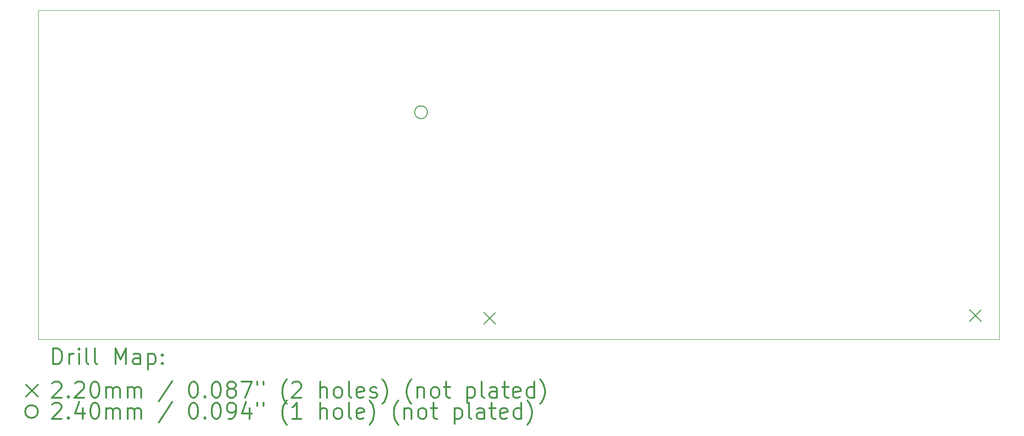
<source format=gbr>
%FSLAX45Y45*%
G04 Gerber Fmt 4.5, Leading zero omitted, Abs format (unit mm)*
G04 Created by KiCad (PCBNEW 5.1.6-c6e7f7d~87~ubuntu20.04.1) date 2020-10-11 03:01:40*
%MOMM*%
%LPD*%
G01*
G04 APERTURE LIST*
%TA.AperFunction,Profile*%
%ADD10C,0.050000*%
%TD*%
%ADD11C,0.200000*%
%ADD12C,0.300000*%
G04 APERTURE END LIST*
D10*
X19500000Y-3500000D02*
X1400000Y-3500000D01*
X19500000Y-9700000D02*
X19500000Y-3500000D01*
X1400000Y-9700000D02*
X19500000Y-9700000D01*
X1400000Y-3500000D02*
X1400000Y-9700000D01*
D11*
X9790000Y-9190000D02*
X10010000Y-9410000D01*
X10010000Y-9190000D02*
X9790000Y-9410000D01*
X18940000Y-9140000D02*
X19160000Y-9360000D01*
X19160000Y-9140000D02*
X18940000Y-9360000D01*
X8730000Y-5420000D02*
G75*
G03*
X8730000Y-5420000I-120000J0D01*
G01*
D12*
X1683928Y-10168214D02*
X1683928Y-9868214D01*
X1755357Y-9868214D01*
X1798214Y-9882500D01*
X1826786Y-9911072D01*
X1841071Y-9939643D01*
X1855357Y-9996786D01*
X1855357Y-10039643D01*
X1841071Y-10096786D01*
X1826786Y-10125357D01*
X1798214Y-10153929D01*
X1755357Y-10168214D01*
X1683928Y-10168214D01*
X1983928Y-10168214D02*
X1983928Y-9968214D01*
X1983928Y-10025357D02*
X1998214Y-9996786D01*
X2012500Y-9982500D01*
X2041071Y-9968214D01*
X2069643Y-9968214D01*
X2169643Y-10168214D02*
X2169643Y-9968214D01*
X2169643Y-9868214D02*
X2155357Y-9882500D01*
X2169643Y-9896786D01*
X2183928Y-9882500D01*
X2169643Y-9868214D01*
X2169643Y-9896786D01*
X2355357Y-10168214D02*
X2326786Y-10153929D01*
X2312500Y-10125357D01*
X2312500Y-9868214D01*
X2512500Y-10168214D02*
X2483928Y-10153929D01*
X2469643Y-10125357D01*
X2469643Y-9868214D01*
X2855357Y-10168214D02*
X2855357Y-9868214D01*
X2955357Y-10082500D01*
X3055357Y-9868214D01*
X3055357Y-10168214D01*
X3326786Y-10168214D02*
X3326786Y-10011072D01*
X3312500Y-9982500D01*
X3283928Y-9968214D01*
X3226786Y-9968214D01*
X3198214Y-9982500D01*
X3326786Y-10153929D02*
X3298214Y-10168214D01*
X3226786Y-10168214D01*
X3198214Y-10153929D01*
X3183928Y-10125357D01*
X3183928Y-10096786D01*
X3198214Y-10068214D01*
X3226786Y-10053929D01*
X3298214Y-10053929D01*
X3326786Y-10039643D01*
X3469643Y-9968214D02*
X3469643Y-10268214D01*
X3469643Y-9982500D02*
X3498214Y-9968214D01*
X3555357Y-9968214D01*
X3583928Y-9982500D01*
X3598214Y-9996786D01*
X3612500Y-10025357D01*
X3612500Y-10111072D01*
X3598214Y-10139643D01*
X3583928Y-10153929D01*
X3555357Y-10168214D01*
X3498214Y-10168214D01*
X3469643Y-10153929D01*
X3741071Y-10139643D02*
X3755357Y-10153929D01*
X3741071Y-10168214D01*
X3726786Y-10153929D01*
X3741071Y-10139643D01*
X3741071Y-10168214D01*
X3741071Y-9982500D02*
X3755357Y-9996786D01*
X3741071Y-10011072D01*
X3726786Y-9996786D01*
X3741071Y-9982500D01*
X3741071Y-10011072D01*
X1177500Y-10552500D02*
X1397500Y-10772500D01*
X1397500Y-10552500D02*
X1177500Y-10772500D01*
X1669643Y-10526786D02*
X1683928Y-10512500D01*
X1712500Y-10498214D01*
X1783928Y-10498214D01*
X1812500Y-10512500D01*
X1826786Y-10526786D01*
X1841071Y-10555357D01*
X1841071Y-10583929D01*
X1826786Y-10626786D01*
X1655357Y-10798214D01*
X1841071Y-10798214D01*
X1969643Y-10769643D02*
X1983928Y-10783929D01*
X1969643Y-10798214D01*
X1955357Y-10783929D01*
X1969643Y-10769643D01*
X1969643Y-10798214D01*
X2098214Y-10526786D02*
X2112500Y-10512500D01*
X2141071Y-10498214D01*
X2212500Y-10498214D01*
X2241071Y-10512500D01*
X2255357Y-10526786D01*
X2269643Y-10555357D01*
X2269643Y-10583929D01*
X2255357Y-10626786D01*
X2083928Y-10798214D01*
X2269643Y-10798214D01*
X2455357Y-10498214D02*
X2483928Y-10498214D01*
X2512500Y-10512500D01*
X2526786Y-10526786D01*
X2541071Y-10555357D01*
X2555357Y-10612500D01*
X2555357Y-10683929D01*
X2541071Y-10741072D01*
X2526786Y-10769643D01*
X2512500Y-10783929D01*
X2483928Y-10798214D01*
X2455357Y-10798214D01*
X2426786Y-10783929D01*
X2412500Y-10769643D01*
X2398214Y-10741072D01*
X2383928Y-10683929D01*
X2383928Y-10612500D01*
X2398214Y-10555357D01*
X2412500Y-10526786D01*
X2426786Y-10512500D01*
X2455357Y-10498214D01*
X2683928Y-10798214D02*
X2683928Y-10598214D01*
X2683928Y-10626786D02*
X2698214Y-10612500D01*
X2726786Y-10598214D01*
X2769643Y-10598214D01*
X2798214Y-10612500D01*
X2812500Y-10641072D01*
X2812500Y-10798214D01*
X2812500Y-10641072D02*
X2826786Y-10612500D01*
X2855357Y-10598214D01*
X2898214Y-10598214D01*
X2926786Y-10612500D01*
X2941071Y-10641072D01*
X2941071Y-10798214D01*
X3083928Y-10798214D02*
X3083928Y-10598214D01*
X3083928Y-10626786D02*
X3098214Y-10612500D01*
X3126786Y-10598214D01*
X3169643Y-10598214D01*
X3198214Y-10612500D01*
X3212500Y-10641072D01*
X3212500Y-10798214D01*
X3212500Y-10641072D02*
X3226786Y-10612500D01*
X3255357Y-10598214D01*
X3298214Y-10598214D01*
X3326786Y-10612500D01*
X3341071Y-10641072D01*
X3341071Y-10798214D01*
X3926786Y-10483929D02*
X3669643Y-10869643D01*
X4312500Y-10498214D02*
X4341071Y-10498214D01*
X4369643Y-10512500D01*
X4383928Y-10526786D01*
X4398214Y-10555357D01*
X4412500Y-10612500D01*
X4412500Y-10683929D01*
X4398214Y-10741072D01*
X4383928Y-10769643D01*
X4369643Y-10783929D01*
X4341071Y-10798214D01*
X4312500Y-10798214D01*
X4283928Y-10783929D01*
X4269643Y-10769643D01*
X4255357Y-10741072D01*
X4241071Y-10683929D01*
X4241071Y-10612500D01*
X4255357Y-10555357D01*
X4269643Y-10526786D01*
X4283928Y-10512500D01*
X4312500Y-10498214D01*
X4541071Y-10769643D02*
X4555357Y-10783929D01*
X4541071Y-10798214D01*
X4526786Y-10783929D01*
X4541071Y-10769643D01*
X4541071Y-10798214D01*
X4741071Y-10498214D02*
X4769643Y-10498214D01*
X4798214Y-10512500D01*
X4812500Y-10526786D01*
X4826786Y-10555357D01*
X4841071Y-10612500D01*
X4841071Y-10683929D01*
X4826786Y-10741072D01*
X4812500Y-10769643D01*
X4798214Y-10783929D01*
X4769643Y-10798214D01*
X4741071Y-10798214D01*
X4712500Y-10783929D01*
X4698214Y-10769643D01*
X4683928Y-10741072D01*
X4669643Y-10683929D01*
X4669643Y-10612500D01*
X4683928Y-10555357D01*
X4698214Y-10526786D01*
X4712500Y-10512500D01*
X4741071Y-10498214D01*
X5012500Y-10626786D02*
X4983928Y-10612500D01*
X4969643Y-10598214D01*
X4955357Y-10569643D01*
X4955357Y-10555357D01*
X4969643Y-10526786D01*
X4983928Y-10512500D01*
X5012500Y-10498214D01*
X5069643Y-10498214D01*
X5098214Y-10512500D01*
X5112500Y-10526786D01*
X5126786Y-10555357D01*
X5126786Y-10569643D01*
X5112500Y-10598214D01*
X5098214Y-10612500D01*
X5069643Y-10626786D01*
X5012500Y-10626786D01*
X4983928Y-10641072D01*
X4969643Y-10655357D01*
X4955357Y-10683929D01*
X4955357Y-10741072D01*
X4969643Y-10769643D01*
X4983928Y-10783929D01*
X5012500Y-10798214D01*
X5069643Y-10798214D01*
X5098214Y-10783929D01*
X5112500Y-10769643D01*
X5126786Y-10741072D01*
X5126786Y-10683929D01*
X5112500Y-10655357D01*
X5098214Y-10641072D01*
X5069643Y-10626786D01*
X5226786Y-10498214D02*
X5426786Y-10498214D01*
X5298214Y-10798214D01*
X5526786Y-10498214D02*
X5526786Y-10555357D01*
X5641071Y-10498214D02*
X5641071Y-10555357D01*
X6083928Y-10912500D02*
X6069643Y-10898214D01*
X6041071Y-10855357D01*
X6026786Y-10826786D01*
X6012500Y-10783929D01*
X5998214Y-10712500D01*
X5998214Y-10655357D01*
X6012500Y-10583929D01*
X6026786Y-10541072D01*
X6041071Y-10512500D01*
X6069643Y-10469643D01*
X6083928Y-10455357D01*
X6183928Y-10526786D02*
X6198214Y-10512500D01*
X6226786Y-10498214D01*
X6298214Y-10498214D01*
X6326786Y-10512500D01*
X6341071Y-10526786D01*
X6355357Y-10555357D01*
X6355357Y-10583929D01*
X6341071Y-10626786D01*
X6169643Y-10798214D01*
X6355357Y-10798214D01*
X6712500Y-10798214D02*
X6712500Y-10498214D01*
X6841071Y-10798214D02*
X6841071Y-10641072D01*
X6826786Y-10612500D01*
X6798214Y-10598214D01*
X6755357Y-10598214D01*
X6726786Y-10612500D01*
X6712500Y-10626786D01*
X7026786Y-10798214D02*
X6998214Y-10783929D01*
X6983928Y-10769643D01*
X6969643Y-10741072D01*
X6969643Y-10655357D01*
X6983928Y-10626786D01*
X6998214Y-10612500D01*
X7026786Y-10598214D01*
X7069643Y-10598214D01*
X7098214Y-10612500D01*
X7112500Y-10626786D01*
X7126786Y-10655357D01*
X7126786Y-10741072D01*
X7112500Y-10769643D01*
X7098214Y-10783929D01*
X7069643Y-10798214D01*
X7026786Y-10798214D01*
X7298214Y-10798214D02*
X7269643Y-10783929D01*
X7255357Y-10755357D01*
X7255357Y-10498214D01*
X7526786Y-10783929D02*
X7498214Y-10798214D01*
X7441071Y-10798214D01*
X7412500Y-10783929D01*
X7398214Y-10755357D01*
X7398214Y-10641072D01*
X7412500Y-10612500D01*
X7441071Y-10598214D01*
X7498214Y-10598214D01*
X7526786Y-10612500D01*
X7541071Y-10641072D01*
X7541071Y-10669643D01*
X7398214Y-10698214D01*
X7655357Y-10783929D02*
X7683928Y-10798214D01*
X7741071Y-10798214D01*
X7769643Y-10783929D01*
X7783928Y-10755357D01*
X7783928Y-10741072D01*
X7769643Y-10712500D01*
X7741071Y-10698214D01*
X7698214Y-10698214D01*
X7669643Y-10683929D01*
X7655357Y-10655357D01*
X7655357Y-10641072D01*
X7669643Y-10612500D01*
X7698214Y-10598214D01*
X7741071Y-10598214D01*
X7769643Y-10612500D01*
X7883928Y-10912500D02*
X7898214Y-10898214D01*
X7926786Y-10855357D01*
X7941071Y-10826786D01*
X7955357Y-10783929D01*
X7969643Y-10712500D01*
X7969643Y-10655357D01*
X7955357Y-10583929D01*
X7941071Y-10541072D01*
X7926786Y-10512500D01*
X7898214Y-10469643D01*
X7883928Y-10455357D01*
X8426786Y-10912500D02*
X8412500Y-10898214D01*
X8383928Y-10855357D01*
X8369643Y-10826786D01*
X8355357Y-10783929D01*
X8341071Y-10712500D01*
X8341071Y-10655357D01*
X8355357Y-10583929D01*
X8369643Y-10541072D01*
X8383928Y-10512500D01*
X8412500Y-10469643D01*
X8426786Y-10455357D01*
X8541071Y-10598214D02*
X8541071Y-10798214D01*
X8541071Y-10626786D02*
X8555357Y-10612500D01*
X8583928Y-10598214D01*
X8626786Y-10598214D01*
X8655357Y-10612500D01*
X8669643Y-10641072D01*
X8669643Y-10798214D01*
X8855357Y-10798214D02*
X8826786Y-10783929D01*
X8812500Y-10769643D01*
X8798214Y-10741072D01*
X8798214Y-10655357D01*
X8812500Y-10626786D01*
X8826786Y-10612500D01*
X8855357Y-10598214D01*
X8898214Y-10598214D01*
X8926786Y-10612500D01*
X8941071Y-10626786D01*
X8955357Y-10655357D01*
X8955357Y-10741072D01*
X8941071Y-10769643D01*
X8926786Y-10783929D01*
X8898214Y-10798214D01*
X8855357Y-10798214D01*
X9041071Y-10598214D02*
X9155357Y-10598214D01*
X9083928Y-10498214D02*
X9083928Y-10755357D01*
X9098214Y-10783929D01*
X9126786Y-10798214D01*
X9155357Y-10798214D01*
X9483928Y-10598214D02*
X9483928Y-10898214D01*
X9483928Y-10612500D02*
X9512500Y-10598214D01*
X9569643Y-10598214D01*
X9598214Y-10612500D01*
X9612500Y-10626786D01*
X9626786Y-10655357D01*
X9626786Y-10741072D01*
X9612500Y-10769643D01*
X9598214Y-10783929D01*
X9569643Y-10798214D01*
X9512500Y-10798214D01*
X9483928Y-10783929D01*
X9798214Y-10798214D02*
X9769643Y-10783929D01*
X9755357Y-10755357D01*
X9755357Y-10498214D01*
X10041071Y-10798214D02*
X10041071Y-10641072D01*
X10026786Y-10612500D01*
X9998214Y-10598214D01*
X9941071Y-10598214D01*
X9912500Y-10612500D01*
X10041071Y-10783929D02*
X10012500Y-10798214D01*
X9941071Y-10798214D01*
X9912500Y-10783929D01*
X9898214Y-10755357D01*
X9898214Y-10726786D01*
X9912500Y-10698214D01*
X9941071Y-10683929D01*
X10012500Y-10683929D01*
X10041071Y-10669643D01*
X10141071Y-10598214D02*
X10255357Y-10598214D01*
X10183928Y-10498214D02*
X10183928Y-10755357D01*
X10198214Y-10783929D01*
X10226786Y-10798214D01*
X10255357Y-10798214D01*
X10469643Y-10783929D02*
X10441071Y-10798214D01*
X10383928Y-10798214D01*
X10355357Y-10783929D01*
X10341071Y-10755357D01*
X10341071Y-10641072D01*
X10355357Y-10612500D01*
X10383928Y-10598214D01*
X10441071Y-10598214D01*
X10469643Y-10612500D01*
X10483928Y-10641072D01*
X10483928Y-10669643D01*
X10341071Y-10698214D01*
X10741071Y-10798214D02*
X10741071Y-10498214D01*
X10741071Y-10783929D02*
X10712500Y-10798214D01*
X10655357Y-10798214D01*
X10626786Y-10783929D01*
X10612500Y-10769643D01*
X10598214Y-10741072D01*
X10598214Y-10655357D01*
X10612500Y-10626786D01*
X10626786Y-10612500D01*
X10655357Y-10598214D01*
X10712500Y-10598214D01*
X10741071Y-10612500D01*
X10855357Y-10912500D02*
X10869643Y-10898214D01*
X10898214Y-10855357D01*
X10912500Y-10826786D01*
X10926786Y-10783929D01*
X10941071Y-10712500D01*
X10941071Y-10655357D01*
X10926786Y-10583929D01*
X10912500Y-10541072D01*
X10898214Y-10512500D01*
X10869643Y-10469643D01*
X10855357Y-10455357D01*
X1397500Y-11058500D02*
G75*
G03*
X1397500Y-11058500I-120000J0D01*
G01*
X1669643Y-10922786D02*
X1683928Y-10908500D01*
X1712500Y-10894214D01*
X1783928Y-10894214D01*
X1812500Y-10908500D01*
X1826786Y-10922786D01*
X1841071Y-10951357D01*
X1841071Y-10979929D01*
X1826786Y-11022786D01*
X1655357Y-11194214D01*
X1841071Y-11194214D01*
X1969643Y-11165643D02*
X1983928Y-11179929D01*
X1969643Y-11194214D01*
X1955357Y-11179929D01*
X1969643Y-11165643D01*
X1969643Y-11194214D01*
X2241071Y-10994214D02*
X2241071Y-11194214D01*
X2169643Y-10879929D02*
X2098214Y-11094214D01*
X2283928Y-11094214D01*
X2455357Y-10894214D02*
X2483928Y-10894214D01*
X2512500Y-10908500D01*
X2526786Y-10922786D01*
X2541071Y-10951357D01*
X2555357Y-11008500D01*
X2555357Y-11079929D01*
X2541071Y-11137072D01*
X2526786Y-11165643D01*
X2512500Y-11179929D01*
X2483928Y-11194214D01*
X2455357Y-11194214D01*
X2426786Y-11179929D01*
X2412500Y-11165643D01*
X2398214Y-11137072D01*
X2383928Y-11079929D01*
X2383928Y-11008500D01*
X2398214Y-10951357D01*
X2412500Y-10922786D01*
X2426786Y-10908500D01*
X2455357Y-10894214D01*
X2683928Y-11194214D02*
X2683928Y-10994214D01*
X2683928Y-11022786D02*
X2698214Y-11008500D01*
X2726786Y-10994214D01*
X2769643Y-10994214D01*
X2798214Y-11008500D01*
X2812500Y-11037072D01*
X2812500Y-11194214D01*
X2812500Y-11037072D02*
X2826786Y-11008500D01*
X2855357Y-10994214D01*
X2898214Y-10994214D01*
X2926786Y-11008500D01*
X2941071Y-11037072D01*
X2941071Y-11194214D01*
X3083928Y-11194214D02*
X3083928Y-10994214D01*
X3083928Y-11022786D02*
X3098214Y-11008500D01*
X3126786Y-10994214D01*
X3169643Y-10994214D01*
X3198214Y-11008500D01*
X3212500Y-11037072D01*
X3212500Y-11194214D01*
X3212500Y-11037072D02*
X3226786Y-11008500D01*
X3255357Y-10994214D01*
X3298214Y-10994214D01*
X3326786Y-11008500D01*
X3341071Y-11037072D01*
X3341071Y-11194214D01*
X3926786Y-10879929D02*
X3669643Y-11265643D01*
X4312500Y-10894214D02*
X4341071Y-10894214D01*
X4369643Y-10908500D01*
X4383928Y-10922786D01*
X4398214Y-10951357D01*
X4412500Y-11008500D01*
X4412500Y-11079929D01*
X4398214Y-11137072D01*
X4383928Y-11165643D01*
X4369643Y-11179929D01*
X4341071Y-11194214D01*
X4312500Y-11194214D01*
X4283928Y-11179929D01*
X4269643Y-11165643D01*
X4255357Y-11137072D01*
X4241071Y-11079929D01*
X4241071Y-11008500D01*
X4255357Y-10951357D01*
X4269643Y-10922786D01*
X4283928Y-10908500D01*
X4312500Y-10894214D01*
X4541071Y-11165643D02*
X4555357Y-11179929D01*
X4541071Y-11194214D01*
X4526786Y-11179929D01*
X4541071Y-11165643D01*
X4541071Y-11194214D01*
X4741071Y-10894214D02*
X4769643Y-10894214D01*
X4798214Y-10908500D01*
X4812500Y-10922786D01*
X4826786Y-10951357D01*
X4841071Y-11008500D01*
X4841071Y-11079929D01*
X4826786Y-11137072D01*
X4812500Y-11165643D01*
X4798214Y-11179929D01*
X4769643Y-11194214D01*
X4741071Y-11194214D01*
X4712500Y-11179929D01*
X4698214Y-11165643D01*
X4683928Y-11137072D01*
X4669643Y-11079929D01*
X4669643Y-11008500D01*
X4683928Y-10951357D01*
X4698214Y-10922786D01*
X4712500Y-10908500D01*
X4741071Y-10894214D01*
X4983928Y-11194214D02*
X5041071Y-11194214D01*
X5069643Y-11179929D01*
X5083928Y-11165643D01*
X5112500Y-11122786D01*
X5126786Y-11065643D01*
X5126786Y-10951357D01*
X5112500Y-10922786D01*
X5098214Y-10908500D01*
X5069643Y-10894214D01*
X5012500Y-10894214D01*
X4983928Y-10908500D01*
X4969643Y-10922786D01*
X4955357Y-10951357D01*
X4955357Y-11022786D01*
X4969643Y-11051357D01*
X4983928Y-11065643D01*
X5012500Y-11079929D01*
X5069643Y-11079929D01*
X5098214Y-11065643D01*
X5112500Y-11051357D01*
X5126786Y-11022786D01*
X5383928Y-10994214D02*
X5383928Y-11194214D01*
X5312500Y-10879929D02*
X5241071Y-11094214D01*
X5426786Y-11094214D01*
X5526786Y-10894214D02*
X5526786Y-10951357D01*
X5641071Y-10894214D02*
X5641071Y-10951357D01*
X6083928Y-11308500D02*
X6069643Y-11294214D01*
X6041071Y-11251357D01*
X6026786Y-11222786D01*
X6012500Y-11179929D01*
X5998214Y-11108500D01*
X5998214Y-11051357D01*
X6012500Y-10979929D01*
X6026786Y-10937072D01*
X6041071Y-10908500D01*
X6069643Y-10865643D01*
X6083928Y-10851357D01*
X6355357Y-11194214D02*
X6183928Y-11194214D01*
X6269643Y-11194214D02*
X6269643Y-10894214D01*
X6241071Y-10937072D01*
X6212500Y-10965643D01*
X6183928Y-10979929D01*
X6712500Y-11194214D02*
X6712500Y-10894214D01*
X6841071Y-11194214D02*
X6841071Y-11037072D01*
X6826786Y-11008500D01*
X6798214Y-10994214D01*
X6755357Y-10994214D01*
X6726786Y-11008500D01*
X6712500Y-11022786D01*
X7026786Y-11194214D02*
X6998214Y-11179929D01*
X6983928Y-11165643D01*
X6969643Y-11137072D01*
X6969643Y-11051357D01*
X6983928Y-11022786D01*
X6998214Y-11008500D01*
X7026786Y-10994214D01*
X7069643Y-10994214D01*
X7098214Y-11008500D01*
X7112500Y-11022786D01*
X7126786Y-11051357D01*
X7126786Y-11137072D01*
X7112500Y-11165643D01*
X7098214Y-11179929D01*
X7069643Y-11194214D01*
X7026786Y-11194214D01*
X7298214Y-11194214D02*
X7269643Y-11179929D01*
X7255357Y-11151357D01*
X7255357Y-10894214D01*
X7526786Y-11179929D02*
X7498214Y-11194214D01*
X7441071Y-11194214D01*
X7412500Y-11179929D01*
X7398214Y-11151357D01*
X7398214Y-11037072D01*
X7412500Y-11008500D01*
X7441071Y-10994214D01*
X7498214Y-10994214D01*
X7526786Y-11008500D01*
X7541071Y-11037072D01*
X7541071Y-11065643D01*
X7398214Y-11094214D01*
X7641071Y-11308500D02*
X7655357Y-11294214D01*
X7683928Y-11251357D01*
X7698214Y-11222786D01*
X7712500Y-11179929D01*
X7726786Y-11108500D01*
X7726786Y-11051357D01*
X7712500Y-10979929D01*
X7698214Y-10937072D01*
X7683928Y-10908500D01*
X7655357Y-10865643D01*
X7641071Y-10851357D01*
X8183928Y-11308500D02*
X8169643Y-11294214D01*
X8141071Y-11251357D01*
X8126786Y-11222786D01*
X8112500Y-11179929D01*
X8098214Y-11108500D01*
X8098214Y-11051357D01*
X8112500Y-10979929D01*
X8126786Y-10937072D01*
X8141071Y-10908500D01*
X8169643Y-10865643D01*
X8183928Y-10851357D01*
X8298214Y-10994214D02*
X8298214Y-11194214D01*
X8298214Y-11022786D02*
X8312500Y-11008500D01*
X8341071Y-10994214D01*
X8383928Y-10994214D01*
X8412500Y-11008500D01*
X8426786Y-11037072D01*
X8426786Y-11194214D01*
X8612500Y-11194214D02*
X8583928Y-11179929D01*
X8569643Y-11165643D01*
X8555357Y-11137072D01*
X8555357Y-11051357D01*
X8569643Y-11022786D01*
X8583928Y-11008500D01*
X8612500Y-10994214D01*
X8655357Y-10994214D01*
X8683928Y-11008500D01*
X8698214Y-11022786D01*
X8712500Y-11051357D01*
X8712500Y-11137072D01*
X8698214Y-11165643D01*
X8683928Y-11179929D01*
X8655357Y-11194214D01*
X8612500Y-11194214D01*
X8798214Y-10994214D02*
X8912500Y-10994214D01*
X8841071Y-10894214D02*
X8841071Y-11151357D01*
X8855357Y-11179929D01*
X8883928Y-11194214D01*
X8912500Y-11194214D01*
X9241071Y-10994214D02*
X9241071Y-11294214D01*
X9241071Y-11008500D02*
X9269643Y-10994214D01*
X9326786Y-10994214D01*
X9355357Y-11008500D01*
X9369643Y-11022786D01*
X9383928Y-11051357D01*
X9383928Y-11137072D01*
X9369643Y-11165643D01*
X9355357Y-11179929D01*
X9326786Y-11194214D01*
X9269643Y-11194214D01*
X9241071Y-11179929D01*
X9555357Y-11194214D02*
X9526786Y-11179929D01*
X9512500Y-11151357D01*
X9512500Y-10894214D01*
X9798214Y-11194214D02*
X9798214Y-11037072D01*
X9783928Y-11008500D01*
X9755357Y-10994214D01*
X9698214Y-10994214D01*
X9669643Y-11008500D01*
X9798214Y-11179929D02*
X9769643Y-11194214D01*
X9698214Y-11194214D01*
X9669643Y-11179929D01*
X9655357Y-11151357D01*
X9655357Y-11122786D01*
X9669643Y-11094214D01*
X9698214Y-11079929D01*
X9769643Y-11079929D01*
X9798214Y-11065643D01*
X9898214Y-10994214D02*
X10012500Y-10994214D01*
X9941071Y-10894214D02*
X9941071Y-11151357D01*
X9955357Y-11179929D01*
X9983928Y-11194214D01*
X10012500Y-11194214D01*
X10226786Y-11179929D02*
X10198214Y-11194214D01*
X10141071Y-11194214D01*
X10112500Y-11179929D01*
X10098214Y-11151357D01*
X10098214Y-11037072D01*
X10112500Y-11008500D01*
X10141071Y-10994214D01*
X10198214Y-10994214D01*
X10226786Y-11008500D01*
X10241071Y-11037072D01*
X10241071Y-11065643D01*
X10098214Y-11094214D01*
X10498214Y-11194214D02*
X10498214Y-10894214D01*
X10498214Y-11179929D02*
X10469643Y-11194214D01*
X10412500Y-11194214D01*
X10383928Y-11179929D01*
X10369643Y-11165643D01*
X10355357Y-11137072D01*
X10355357Y-11051357D01*
X10369643Y-11022786D01*
X10383928Y-11008500D01*
X10412500Y-10994214D01*
X10469643Y-10994214D01*
X10498214Y-11008500D01*
X10612500Y-11308500D02*
X10626786Y-11294214D01*
X10655357Y-11251357D01*
X10669643Y-11222786D01*
X10683928Y-11179929D01*
X10698214Y-11108500D01*
X10698214Y-11051357D01*
X10683928Y-10979929D01*
X10669643Y-10937072D01*
X10655357Y-10908500D01*
X10626786Y-10865643D01*
X10612500Y-10851357D01*
M02*

</source>
